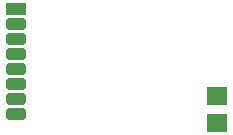
<source format=gbr>
%TF.GenerationSoftware,KiCad,Pcbnew,6.0.11-2627ca5db0~126~ubuntu22.04.1*%
%TF.CreationDate,2023-09-12T08:48:11+02:00*%
%TF.ProjectId,CC1101_868MHz_RF_Modul_FUEL4EP,43433131-3031-45f3-9836-384d487a5f52,1.4*%
%TF.SameCoordinates,Original*%
%TF.FileFunction,Soldermask,Bot*%
%TF.FilePolarity,Negative*%
%FSLAX46Y46*%
G04 Gerber Fmt 4.6, Leading zero omitted, Abs format (unit mm)*
G04 Created by KiCad (PCBNEW 6.0.11-2627ca5db0~126~ubuntu22.04.1) date 2023-09-12 08:48:11*
%MOMM*%
%LPD*%
G01*
G04 APERTURE LIST*
G04 Aperture macros list*
%AMRoundRect*
0 Rectangle with rounded corners*
0 $1 Rounding radius*
0 $2 $3 $4 $5 $6 $7 $8 $9 X,Y pos of 4 corners*
0 Add a 4 corners polygon primitive as box body*
4,1,4,$2,$3,$4,$5,$6,$7,$8,$9,$2,$3,0*
0 Add four circle primitives for the rounded corners*
1,1,$1+$1,$2,$3*
1,1,$1+$1,$4,$5*
1,1,$1+$1,$6,$7*
1,1,$1+$1,$8,$9*
0 Add four rect primitives between the rounded corners*
20,1,$1+$1,$2,$3,$4,$5,0*
20,1,$1+$1,$4,$5,$6,$7,0*
20,1,$1+$1,$6,$7,$8,$9,0*
20,1,$1+$1,$8,$9,$2,$3,0*%
G04 Aperture macros list end*
%ADD10RoundRect,0.250000X-0.600000X-0.250000X0.600000X-0.250000X0.600000X0.250000X-0.600000X0.250000X0*%
%ADD11R,1.800000X1.500000*%
%ADD12R,1.700000X1.000000*%
G04 APERTURE END LIST*
D10*
%TO.C,JC5*%
X950000Y5810000D03*
%TD*%
D11*
%TO.C,JA1*%
X18000000Y3550000D03*
%TD*%
D10*
%TO.C,JC8*%
X950000Y2000000D03*
%TD*%
D11*
%TO.C,JA2*%
X18000000Y1270000D03*
%TD*%
D10*
%TO.C,JC6*%
X950000Y4540000D03*
%TD*%
%TO.C,JC3*%
X950000Y8350000D03*
%TD*%
%TO.C,JC2*%
X950000Y9620000D03*
%TD*%
D12*
%TO.C,JC1*%
X950000Y10890000D03*
%TD*%
D10*
%TO.C,JC4*%
X950000Y7080000D03*
%TD*%
%TO.C,JC7*%
X950000Y3270000D03*
%TD*%
M02*

</source>
